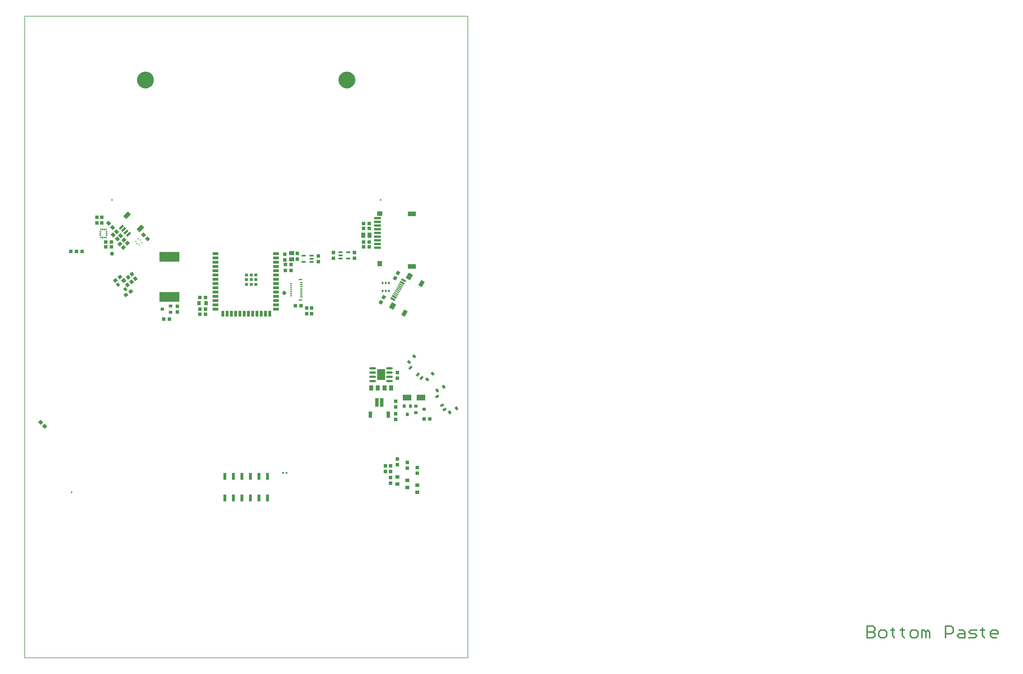
<source format=gbp>
G04*
G04 #@! TF.GenerationSoftware,Altium Limited,Altium Designer,24.4.1 (13)*
G04*
G04 Layer_Color=128*
%FSLAX25Y25*%
%MOIN*%
G70*
G04*
G04 #@! TF.SameCoordinates,598DC31B-2559-4B8C-8614-2335DC9A8E35*
G04*
G04*
G04 #@! TF.FilePolarity,Positive*
G04*
G01*
G75*
%ADD10C,0.01575*%
%ADD11C,0.00591*%
%ADD12C,0.01968*%
%ADD13R,0.06890X0.03543*%
%ADD14R,0.03543X0.06890*%
%ADD15R,0.03543X0.03543*%
%ADD16R,0.03543X0.07874*%
%ADD17R,0.04331X0.03937*%
G04:AMPARAMS|DCode=18|XSize=39.37mil|YSize=43.31mil|CornerRadius=0mil|HoleSize=0mil|Usage=FLASHONLY|Rotation=45.000|XOffset=0mil|YOffset=0mil|HoleType=Round|Shape=Rectangle|*
%AMROTATEDRECTD18*
4,1,4,0.00139,-0.02923,-0.02923,0.00139,-0.00139,0.02923,0.02923,-0.00139,0.00139,-0.02923,0.0*
%
%ADD18ROTATEDRECTD18*%

%ADD19C,0.04724*%
G04:AMPARAMS|DCode=20|XSize=11.81mil|YSize=57.09mil|CornerRadius=0mil|HoleSize=0mil|Usage=FLASHONLY|Rotation=240.000|XOffset=0mil|YOffset=0mil|HoleType=Round|Shape=Rectangle|*
%AMROTATEDRECTD20*
4,1,4,-0.02177,0.01939,0.02767,-0.00916,0.02177,-0.01939,-0.02767,0.00916,-0.02177,0.01939,0.0*
%
%ADD20ROTATEDRECTD20*%

G04:AMPARAMS|DCode=21|XSize=70.87mil|YSize=57.09mil|CornerRadius=0mil|HoleSize=0mil|Usage=FLASHONLY|Rotation=240.000|XOffset=0mil|YOffset=0mil|HoleType=Round|Shape=Rectangle|*
%AMROTATEDRECTD21*
4,1,4,-0.00700,0.04496,0.04244,0.01641,0.00700,-0.04496,-0.04244,-0.01641,-0.00700,0.04496,0.0*
%
%ADD21ROTATEDRECTD21*%

G04:AMPARAMS|DCode=22|XSize=70.87mil|YSize=47.24mil|CornerRadius=0mil|HoleSize=0mil|Usage=FLASHONLY|Rotation=240.000|XOffset=0mil|YOffset=0mil|HoleType=Round|Shape=Rectangle|*
%AMROTATEDRECTD22*
4,1,4,-0.00274,0.04250,0.03817,0.01888,0.00274,-0.04250,-0.03817,-0.01888,-0.00274,0.04250,0.0*
%
%ADD22ROTATEDRECTD22*%

%ADD23R,0.05906X0.05118*%
%ADD24R,0.05118X0.05906*%
%ADD25R,0.07874X0.02756*%
%ADD26R,0.05512X0.06299*%
%ADD27R,0.06299X0.05512*%
%ADD28R,0.09449X0.05512*%
%ADD29R,0.02638X0.01181*%
%ADD30R,0.03937X0.04331*%
G04:AMPARAMS|DCode=31|XSize=39.37mil|YSize=43.31mil|CornerRadius=0mil|HoleSize=0mil|Usage=FLASHONLY|Rotation=306.000|XOffset=0mil|YOffset=0mil|HoleType=Round|Shape=Rectangle|*
%AMROTATEDRECTD31*
4,1,4,-0.02909,0.00320,0.00595,0.02865,0.02909,-0.00320,-0.00595,-0.02865,-0.02909,0.00320,0.0*
%
%ADD31ROTATEDRECTD31*%

G04:AMPARAMS|DCode=32|XSize=33.47mil|YSize=39.37mil|CornerRadius=0mil|HoleSize=0mil|Usage=FLASHONLY|Rotation=36.000|XOffset=0mil|YOffset=0mil|HoleType=Round|Shape=Rectangle|*
%AMROTATEDRECTD32*
4,1,4,-0.00197,-0.02576,-0.02511,0.00609,0.00197,0.02576,0.02511,-0.00609,-0.00197,-0.02576,0.0*
%
%ADD32ROTATEDRECTD32*%

G04:AMPARAMS|DCode=33|XSize=33.47mil|YSize=39.37mil|CornerRadius=0mil|HoleSize=0mil|Usage=FLASHONLY|Rotation=36.000|XOffset=0mil|YOffset=0mil|HoleType=Round|Shape=Rectangle|*
%AMROTATEDRECTD33*
4,1,4,-0.00197,-0.02576,-0.02511,0.00609,0.00197,0.02576,0.02511,-0.00609,-0.00197,-0.02576,0.0*
%
%ADD33ROTATEDRECTD33*%

G04:AMPARAMS|DCode=34|XSize=39.37mil|YSize=43.31mil|CornerRadius=0mil|HoleSize=0mil|Usage=FLASHONLY|Rotation=216.000|XOffset=0mil|YOffset=0mil|HoleType=Round|Shape=Rectangle|*
%AMROTATEDRECTD34*
4,1,4,0.00320,0.02909,0.02865,-0.00595,-0.00320,-0.02909,-0.02865,0.00595,0.00320,0.02909,0.0*
%
%ADD34ROTATEDRECTD34*%

%ADD35R,0.03937X0.01378*%
%ADD36R,0.01968X0.01181*%
%ADD37R,0.02264X0.01378*%
%ADD38R,0.01358X0.02264*%
%ADD39R,0.01378X0.02264*%
%ADD40R,0.04331X0.07480*%
%ADD41R,0.03937X0.09843*%
%ADD42R,0.03937X0.05118*%
G04:AMPARAMS|DCode=43|XSize=11.81mil|YSize=13.78mil|CornerRadius=0mil|HoleSize=0mil|Usage=FLASHONLY|Rotation=45.000|XOffset=0mil|YOffset=0mil|HoleType=Round|Shape=Rectangle|*
%AMROTATEDRECTD43*
4,1,4,0.00070,-0.00905,-0.00905,0.00070,-0.00070,0.00905,0.00905,-0.00070,0.00070,-0.00905,0.0*
%
%ADD43ROTATEDRECTD43*%

G04:AMPARAMS|DCode=44|XSize=11.81mil|YSize=13.78mil|CornerRadius=0mil|HoleSize=0mil|Usage=FLASHONLY|Rotation=135.000|XOffset=0mil|YOffset=0mil|HoleType=Round|Shape=Rectangle|*
%AMROTATEDRECTD44*
4,1,4,0.00905,0.00070,-0.00070,-0.00905,-0.00905,-0.00070,0.00070,0.00905,0.00905,0.00070,0.0*
%
%ADD44ROTATEDRECTD44*%

%ADD45R,0.04528X0.02362*%
%ADD46R,0.23622X0.11811*%
%ADD47R,0.02165X0.03150*%
%ADD48R,0.01968X0.02362*%
G04:AMPARAMS|DCode=49|XSize=23.62mil|YSize=61.02mil|CornerRadius=0mil|HoleSize=0mil|Usage=FLASHONLY|Rotation=315.000|XOffset=0mil|YOffset=0mil|HoleType=Round|Shape=Rectangle|*
%AMROTATEDRECTD49*
4,1,4,-0.02993,-0.01322,0.01322,0.02993,0.02993,0.01322,-0.01322,-0.02993,-0.02993,-0.01322,0.0*
%
%ADD49ROTATEDRECTD49*%

G04:AMPARAMS|DCode=50|XSize=47.24mil|YSize=78.74mil|CornerRadius=0mil|HoleSize=0mil|Usage=FLASHONLY|Rotation=135.000|XOffset=0mil|YOffset=0mil|HoleType=Round|Shape=Rectangle|*
%AMROTATEDRECTD50*
4,1,4,0.04454,0.01114,-0.01114,-0.04454,-0.04454,-0.01114,0.01114,0.04454,0.04454,0.01114,0.0*
%
%ADD50ROTATEDRECTD50*%

%ADD51O,0.07874X0.02362*%
%ADD52R,0.09488X0.12992*%
%ADD53R,0.03937X0.03347*%
%ADD54R,0.03937X0.03347*%
%ADD55R,0.05118X0.03937*%
G04:AMPARAMS|DCode=56|XSize=27.56mil|YSize=43.31mil|CornerRadius=0mil|HoleSize=0mil|Usage=FLASHONLY|Rotation=137.000|XOffset=0mil|YOffset=0mil|HoleType=Round|Shape=Rectangle|*
%AMROTATEDRECTD56*
4,1,4,0.02485,0.00644,-0.00469,-0.02523,-0.02485,-0.00644,0.00469,0.02523,0.02485,0.00644,0.0*
%
%ADD56ROTATEDRECTD56*%

G04:AMPARAMS|DCode=57|XSize=39.37mil|YSize=31.5mil|CornerRadius=0mil|HoleSize=0mil|Usage=FLASHONLY|Rotation=137.000|XOffset=0mil|YOffset=0mil|HoleType=Round|Shape=Rectangle|*
%AMROTATEDRECTD57*
4,1,4,0.02514,-0.00191,0.00366,-0.02494,-0.02514,0.00191,-0.00366,0.02494,0.02514,-0.00191,0.0*
%
%ADD57ROTATEDRECTD57*%

G04:AMPARAMS|DCode=58|XSize=39.37mil|YSize=43.31mil|CornerRadius=0mil|HoleSize=0mil|Usage=FLASHONLY|Rotation=150.000|XOffset=0mil|YOffset=0mil|HoleType=Round|Shape=Rectangle|*
%AMROTATEDRECTD58*
4,1,4,0.02788,0.00891,0.00622,-0.02859,-0.02788,-0.00891,-0.00622,0.02859,0.02788,0.00891,0.0*
%
%ADD58ROTATEDRECTD58*%

G04:AMPARAMS|DCode=59|XSize=39.37mil|YSize=43.31mil|CornerRadius=0mil|HoleSize=0mil|Usage=FLASHONLY|Rotation=315.000|XOffset=0mil|YOffset=0mil|HoleType=Round|Shape=Rectangle|*
%AMROTATEDRECTD59*
4,1,4,-0.02923,-0.00139,0.00139,0.02923,0.02923,0.00139,-0.00139,-0.02923,-0.02923,-0.00139,0.0*
%
%ADD59ROTATEDRECTD59*%

G04:AMPARAMS|DCode=60|XSize=27.56mil|YSize=43.31mil|CornerRadius=0mil|HoleSize=0mil|Usage=FLASHONLY|Rotation=120.000|XOffset=0mil|YOffset=0mil|HoleType=Round|Shape=Rectangle|*
%AMROTATEDRECTD60*
4,1,4,0.02564,-0.00111,-0.01186,-0.02276,-0.02564,0.00111,0.01186,0.02276,0.02564,-0.00111,0.0*
%
%ADD60ROTATEDRECTD60*%

G04:AMPARAMS|DCode=61|XSize=39.37mil|YSize=31.5mil|CornerRadius=0mil|HoleSize=0mil|Usage=FLASHONLY|Rotation=120.000|XOffset=0mil|YOffset=0mil|HoleType=Round|Shape=Rectangle|*
%AMROTATEDRECTD61*
4,1,4,0.02348,-0.00917,-0.00380,-0.02492,-0.02348,0.00917,0.00380,0.02492,0.02348,-0.00917,0.0*
%
%ADD61ROTATEDRECTD61*%

%ADD62R,0.10236X0.06693*%
%ADD63R,0.03347X0.03937*%
%ADD64R,0.03347X0.03937*%
G36*
X-118112Y489063D02*
X-117143D01*
X-115241Y489441D01*
X-113450Y490183D01*
X-111838Y491260D01*
X-110467Y492631D01*
X-109390Y494243D01*
X-108648Y496035D01*
X-108270Y497936D01*
Y498906D01*
Y499875D01*
X-108648Y501777D01*
X-109390Y503568D01*
X-110467Y505180D01*
X-111838Y506551D01*
X-113450Y507628D01*
X-115241Y508370D01*
X-117143Y508748D01*
X-118112D01*
X-119081D01*
X-120983Y508370D01*
X-122774Y507628D01*
X-124386Y506551D01*
X-125757Y505180D01*
X-126834Y503568D01*
X-127576Y501777D01*
X-127955Y499875D01*
Y498906D01*
Y497936D01*
X-127576Y496035D01*
X-126834Y494243D01*
X-125757Y492631D01*
X-124386Y491260D01*
X-122774Y490183D01*
X-120983Y489441D01*
X-119081Y489063D01*
X-118112D01*
D01*
D02*
G37*
G36*
X118112D02*
X117143D01*
X115241Y489441D01*
X113450Y490183D01*
X111838Y491260D01*
X110467Y492631D01*
X109390Y494243D01*
X108648Y496035D01*
X108270Y497936D01*
Y498906D01*
Y499875D01*
X108648Y501777D01*
X109390Y503568D01*
X110467Y505180D01*
X111838Y506551D01*
X113450Y507628D01*
X115241Y508370D01*
X117143Y508748D01*
X118112D01*
X119081D01*
X120983Y508370D01*
X122774Y507628D01*
X124386Y506551D01*
X125757Y505180D01*
X126834Y503568D01*
X127576Y501777D01*
X127955Y499875D01*
Y498906D01*
Y497936D01*
X127576Y496035D01*
X126834Y494243D01*
X125757Y492631D01*
X124386Y491260D01*
X122774Y490183D01*
X120983Y489441D01*
X119081Y489063D01*
X118112D01*
D01*
D02*
G37*
D10*
X727960Y-140993D02*
Y-154768D01*
X734848D01*
X737144Y-152472D01*
Y-150176D01*
X734848Y-147880D01*
X727960D01*
X734848D01*
X737144Y-145584D01*
Y-143289D01*
X734848Y-140993D01*
X727960D01*
X744031Y-154768D02*
X748623D01*
X750919Y-152472D01*
Y-147880D01*
X748623Y-145584D01*
X744031D01*
X741735Y-147880D01*
Y-152472D01*
X744031Y-154768D01*
X757806Y-143289D02*
Y-145584D01*
X755511D01*
X760102D01*
X757806D01*
Y-152472D01*
X760102Y-154768D01*
X769286Y-143289D02*
Y-145584D01*
X766990D01*
X771581D01*
X769286D01*
Y-152472D01*
X771581Y-154768D01*
X780765D02*
X785357D01*
X787652Y-152472D01*
Y-147880D01*
X785357Y-145584D01*
X780765D01*
X778469Y-147880D01*
Y-152472D01*
X780765Y-154768D01*
X792244D02*
Y-145584D01*
X794540D01*
X796836Y-147880D01*
Y-154768D01*
Y-147880D01*
X799132Y-145584D01*
X801427Y-147880D01*
Y-154768D01*
X819794D02*
Y-140993D01*
X826682D01*
X828978Y-143289D01*
Y-147880D01*
X826682Y-150176D01*
X819794D01*
X835865Y-145584D02*
X840457D01*
X842753Y-147880D01*
Y-154768D01*
X835865D01*
X833569Y-152472D01*
X835865Y-150176D01*
X842753D01*
X847344Y-154768D02*
X854232D01*
X856528Y-152472D01*
X854232Y-150176D01*
X849640D01*
X847344Y-147880D01*
X849640Y-145584D01*
X856528D01*
X863415Y-143289D02*
Y-145584D01*
X861119D01*
X865711D01*
X863415D01*
Y-152472D01*
X865711Y-154768D01*
X879486D02*
X874895D01*
X872599Y-152472D01*
Y-147880D01*
X874895Y-145584D01*
X879486D01*
X881782Y-147880D01*
Y-150176D01*
X872599D01*
D11*
X-259842Y-178260D02*
X259842Y-178260D01*
X-259842D02*
Y573709D01*
X259842Y-178260D02*
Y573709D01*
X-259842D02*
X259842Y573709D01*
D12*
X157480Y358268D02*
D03*
X-157480D02*
D03*
X-204724Y15748D02*
D03*
D13*
X34941Y295315D02*
D03*
Y290315D02*
D03*
Y285315D02*
D03*
Y280315D02*
D03*
Y275315D02*
D03*
Y270315D02*
D03*
Y265315D02*
D03*
Y260315D02*
D03*
Y255315D02*
D03*
Y250315D02*
D03*
Y245315D02*
D03*
Y240315D02*
D03*
Y235315D02*
D03*
Y230315D02*
D03*
X-35925D02*
D03*
Y235315D02*
D03*
Y240315D02*
D03*
Y245315D02*
D03*
Y250315D02*
D03*
Y255315D02*
D03*
Y260315D02*
D03*
Y265315D02*
D03*
Y270315D02*
D03*
Y275315D02*
D03*
Y280315D02*
D03*
Y285315D02*
D03*
Y290315D02*
D03*
Y295315D02*
D03*
D14*
X27500Y224902D02*
D03*
X22500D02*
D03*
X17500Y224902D02*
D03*
X12500Y224902D02*
D03*
X7500D02*
D03*
X2500D02*
D03*
X-2500D02*
D03*
X-7500Y224902D02*
D03*
X-12500Y224902D02*
D03*
X-17500D02*
D03*
X-22500D02*
D03*
X-27500D02*
D03*
D15*
X11417Y270433D02*
D03*
X5906Y270433D02*
D03*
X394Y270433D02*
D03*
X11417Y259409D02*
D03*
X5906Y259409D02*
D03*
X394Y259409D02*
D03*
X11417Y264921D02*
D03*
X5906D02*
D03*
X394D02*
D03*
D16*
X25000Y34252D02*
D03*
X15000D02*
D03*
X5000D02*
D03*
X-5000D02*
D03*
X-15000D02*
D03*
X-25000D02*
D03*
X15000Y9055D02*
D03*
X-25000D02*
D03*
X-15000D02*
D03*
X-5000D02*
D03*
X5000D02*
D03*
X25000D02*
D03*
D17*
X208464Y101772D02*
D03*
X215157Y101772D02*
D03*
X-96850Y218504D02*
D03*
X-90157Y218504D02*
D03*
X-54527Y224409D02*
D03*
X-47834Y224409D02*
D03*
X137599Y330708D02*
D03*
X144292Y330708D02*
D03*
X137599Y324803D02*
D03*
X144292Y324803D02*
D03*
X137599Y309055D02*
D03*
X144292Y309055D02*
D03*
X137599Y303149D02*
D03*
X144292D02*
D03*
X-54528Y244095D02*
D03*
X57677Y234151D02*
D03*
X64370D02*
D03*
X45866Y275591D02*
D03*
X52559D02*
D03*
X-54527Y230315D02*
D03*
X-47834Y230315D02*
D03*
X-158071Y303149D02*
D03*
X-164763Y303149D02*
D03*
X-199015Y298071D02*
D03*
X-192323Y298071D02*
D03*
X-205708D02*
D03*
X-199015Y298071D02*
D03*
X-47835Y244095D02*
D03*
X-158071Y309055D02*
D03*
X-164764Y309055D02*
D03*
X45866Y282481D02*
D03*
X52559D02*
D03*
D18*
X-155910Y317326D02*
D03*
X-151177Y312594D02*
D03*
X-152169Y321117D02*
D03*
X-147437Y316384D02*
D03*
X-161403Y330817D02*
D03*
X-156670Y326084D02*
D03*
X-236216Y92910D02*
D03*
X-240949Y97642D02*
D03*
X-115744Y312594D02*
D03*
X-120476Y317326D02*
D03*
D19*
X-157480Y295276D02*
D03*
X44665Y249200D02*
D03*
D20*
X183342Y261741D02*
D03*
X182751Y260718D02*
D03*
X181767Y259013D02*
D03*
X180783Y257308D02*
D03*
X179798Y255603D02*
D03*
X178814Y253899D02*
D03*
X177830Y252194D02*
D03*
X176846Y250489D02*
D03*
X175861Y248784D02*
D03*
X174877Y247080D02*
D03*
X173893Y245375D02*
D03*
X173302Y244352D02*
D03*
X171678Y241539D02*
D03*
X172269Y242562D02*
D03*
X184375Y263531D02*
D03*
X184966Y264553D02*
D03*
D21*
X171461Y233959D02*
D03*
X191422Y268531D02*
D03*
D22*
X205674Y260303D02*
D03*
X185713Y225730D02*
D03*
D23*
X53150Y296063D02*
D03*
Y288583D02*
D03*
D24*
X137205Y316929D02*
D03*
X144685D02*
D03*
X146653Y137795D02*
D03*
X154134Y137795D02*
D03*
X169882D02*
D03*
X162401D02*
D03*
D25*
X153900Y336829D02*
D03*
X153900Y332498D02*
D03*
X153900Y328167D02*
D03*
X153900Y323836D02*
D03*
X153900Y319506D02*
D03*
Y315175D02*
D03*
X153900Y310844D02*
D03*
X153900Y306514D02*
D03*
X153900Y302183D02*
D03*
D26*
X156656Y283679D02*
D03*
D27*
Y342340D02*
D03*
D28*
X194451Y341947D02*
D03*
Y280136D02*
D03*
D29*
X64569Y251764D02*
D03*
Y261213D02*
D03*
Y258851D02*
D03*
Y256488D02*
D03*
Y254126D02*
D03*
Y249402D02*
D03*
Y247040D02*
D03*
Y244677D02*
D03*
D30*
X84646Y286024D02*
D03*
X84646Y292717D02*
D03*
X-169291Y337993D02*
D03*
X-169291Y331299D02*
D03*
X60039Y295669D02*
D03*
Y288976D02*
D03*
X70866Y225000D02*
D03*
Y231693D02*
D03*
X169292Y39961D02*
D03*
Y46654D02*
D03*
X169292Y26181D02*
D03*
Y32874D02*
D03*
X163386Y39961D02*
D03*
Y46654D02*
D03*
X76771Y231693D02*
D03*
Y225000D02*
D03*
X-175197Y337992D02*
D03*
X-175197Y331299D02*
D03*
X-80709Y226968D02*
D03*
X-80709Y233661D02*
D03*
X200788Y44685D02*
D03*
X200788Y37992D02*
D03*
X102362Y289960D02*
D03*
Y296653D02*
D03*
X126969Y296654D02*
D03*
X126969Y289961D02*
D03*
X188977Y43898D02*
D03*
Y50591D02*
D03*
X177166Y47835D02*
D03*
Y54528D02*
D03*
X177165Y155905D02*
D03*
Y149212D02*
D03*
X175197Y107677D02*
D03*
X175197Y100985D02*
D03*
X175197Y122441D02*
D03*
Y115748D02*
D03*
X45275Y294685D02*
D03*
Y287992D02*
D03*
D31*
X-140891Y246934D02*
D03*
X-135476Y250868D02*
D03*
X-153499Y264092D02*
D03*
X-148085Y268026D02*
D03*
D32*
X-150291Y259104D02*
D03*
X-141711Y253658D02*
D03*
D33*
X-144239Y263501D02*
D03*
D34*
X-143244Y264086D02*
D03*
X-139310Y258671D02*
D03*
X-134530Y262339D02*
D03*
X-138464Y267754D02*
D03*
X-130072Y265954D02*
D03*
X-134006Y271368D02*
D03*
D35*
X63524Y240839D02*
D03*
Y265051D02*
D03*
D36*
X52502Y257669D02*
D03*
Y260032D02*
D03*
Y255307D02*
D03*
Y252945D02*
D03*
Y250583D02*
D03*
Y248221D02*
D03*
Y245859D02*
D03*
D37*
X-170916Y320867D02*
D03*
Y318898D02*
D03*
Y316929D02*
D03*
X-163730D02*
D03*
Y318898D02*
D03*
Y320867D02*
D03*
D38*
X-168307Y314321D02*
D03*
D39*
X-166339D02*
D03*
X-164370D02*
D03*
Y323475D02*
D03*
X-166339D02*
D03*
X-168307D02*
D03*
X-170276D02*
D03*
Y314321D02*
D03*
D40*
X166732Y106693D02*
D03*
X145472D02*
D03*
D41*
X159055Y120866D02*
D03*
X153150D02*
D03*
D42*
X-47047Y237205D02*
D03*
X-55315D02*
D03*
D43*
X-128072Y306967D02*
D03*
X-123896Y311143D02*
D03*
D44*
X-129465Y309751D02*
D03*
X-126680Y312536D02*
D03*
X-125288Y305575D02*
D03*
X-122504Y308359D02*
D03*
D45*
X76476Y293110D02*
D03*
Y289370D02*
D03*
Y285630D02*
D03*
X67224D02*
D03*
Y293110D02*
D03*
X119783Y289567D02*
D03*
X119783Y297047D02*
D03*
X110531Y297047D02*
D03*
X110531Y293307D02*
D03*
Y289567D02*
D03*
D46*
X-90078Y291792D02*
D03*
X-90078Y244548D02*
D03*
D47*
X159802Y261096D02*
D03*
X163542D02*
D03*
X167282D02*
D03*
Y251647D02*
D03*
X163542D02*
D03*
X159802D02*
D03*
D48*
X43307Y38386D02*
D03*
X47244D02*
D03*
D49*
X-138144Y317913D02*
D03*
X-143712Y323481D02*
D03*
X-146496Y326265D02*
D03*
X-140928Y320697D02*
D03*
D50*
X-124016Y324803D02*
D03*
X-139605Y340393D02*
D03*
D51*
X148425Y146044D02*
D03*
Y151044D02*
D03*
X148425Y156044D02*
D03*
X148425Y161044D02*
D03*
X168110Y146044D02*
D03*
X168110Y151044D02*
D03*
Y156044D02*
D03*
X168110Y161044D02*
D03*
D52*
X158268Y153543D02*
D03*
D53*
X-88779Y234055D02*
D03*
X-98228Y230315D02*
D03*
X199016Y109055D02*
D03*
X208465Y112795D02*
D03*
D54*
X-88779Y226575D02*
D03*
X199016Y116535D02*
D03*
D55*
X200787Y23819D02*
D03*
Y15551D02*
D03*
X188976Y29724D02*
D03*
Y21457D02*
D03*
X177165Y25394D02*
D03*
X177165Y33661D02*
D03*
D56*
X201380Y153501D02*
D03*
X205699Y149473D02*
D03*
X192742Y161556D02*
D03*
D57*
X218610Y154660D02*
D03*
X197015Y174797D02*
D03*
X190839Y168175D02*
D03*
X212434Y148037D02*
D03*
D58*
X161319Y244237D02*
D03*
X157972Y238440D02*
D03*
X174508Y266787D02*
D03*
X177855Y272583D02*
D03*
D59*
X-144098Y302752D02*
D03*
X-139365Y307484D02*
D03*
X-148035Y306689D02*
D03*
X-143303Y311421D02*
D03*
D60*
X229708Y117775D02*
D03*
X232661Y112660D02*
D03*
X223803Y128003D02*
D03*
D61*
X246524Y113845D02*
D03*
X231761Y139417D02*
D03*
X223919Y134889D02*
D03*
X238682Y109318D02*
D03*
D62*
X204921Y126575D02*
D03*
X188779D02*
D03*
D63*
X188976Y107087D02*
D03*
X185236Y116535D02*
D03*
D64*
X192717Y116535D02*
D03*
M02*

</source>
